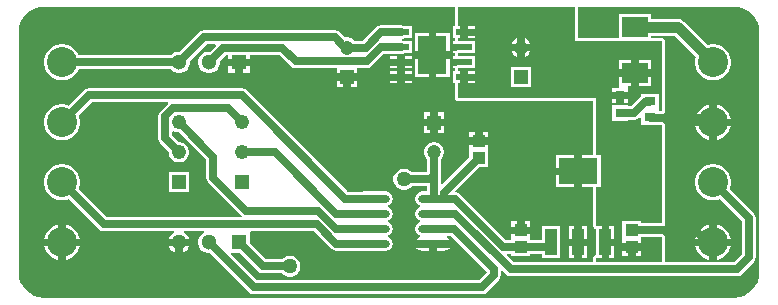
<source format=gbr>
%TF.GenerationSoftware,Altium Limited,Altium Designer,22.9.1 (49)*%
G04 Layer_Physical_Order=1*
G04 Layer_Color=255*
%FSLAX26Y26*%
%MOIN*%
%TF.SameCoordinates,1DAB686F-CFF3-4EBC-B241-DE3F9B15245D*%
%TF.FilePolarity,Positive*%
%TF.FileFunction,Copper,L1,Top,Signal*%
%TF.Part,Single*%
G01*
G75*
%TA.AperFunction,SMDPad,CuDef*%
%ADD10R,0.039370X0.086614*%
%ADD11R,0.129921X0.086614*%
%ADD12R,0.043307X0.041339*%
%ADD13O,0.098425X0.027559*%
%ADD14R,0.095000X0.126000*%
%ADD15R,0.054000X0.019000*%
%ADD16R,0.031496X0.031496*%
%ADD17R,0.037402X0.031496*%
%ADD18R,0.086000X0.067500*%
%TA.AperFunction,Conductor*%
%ADD19C,0.025000*%
%ADD20C,0.035000*%
%TA.AperFunction,ComponentPad*%
%ADD21C,0.100000*%
%ADD22R,0.051181X0.051181*%
%ADD23C,0.051181*%
%ADD24R,0.047244X0.047244*%
%ADD25C,0.047244*%
%ADD26C,0.047953*%
%ADD27R,0.047953X0.047953*%
%TA.AperFunction,ViaPad*%
%ADD28C,0.050000*%
G36*
X4916565Y2983277D02*
X4932493Y2978446D01*
X4947173Y2970599D01*
X4960040Y2960040D01*
X4970599Y2947173D01*
X4978446Y2932493D01*
X4983277Y2916565D01*
X4984842Y2900682D01*
X4984706Y2900000D01*
Y2100000D01*
X4984842Y2099318D01*
X4983277Y2083435D01*
X4978446Y2067507D01*
X4970599Y2052827D01*
X4960040Y2039960D01*
X4947173Y2029401D01*
X4932493Y2021554D01*
X4916565Y2016723D01*
X4900682Y2015158D01*
X4900000Y2015294D01*
X2600000D01*
X2599318Y2015158D01*
X2583435Y2016723D01*
X2567507Y2021554D01*
X2552827Y2029401D01*
X2539960Y2039960D01*
X2529401Y2052827D01*
X2521554Y2067507D01*
X2516723Y2083435D01*
X2515158Y2099318D01*
X2515294Y2100000D01*
Y2900000D01*
X2515158Y2900682D01*
X2516723Y2916565D01*
X2521554Y2932493D01*
X2529401Y2947173D01*
X2539960Y2960040D01*
X2552827Y2970599D01*
X2567507Y2978446D01*
X2583435Y2983277D01*
X2599318Y2984842D01*
X2600000Y2984706D01*
X3969804D01*
Y2919500D01*
X3963000D01*
Y2880500D01*
X3969804D01*
Y2869500D01*
X3963000D01*
Y2862500D01*
X3972648D01*
X3972789Y2862289D01*
X3976097Y2860078D01*
X3980000Y2859302D01*
X4000000D01*
Y2840698D01*
X3980000D01*
X3976097Y2839922D01*
X3972789Y2837711D01*
X3972648Y2837500D01*
X3963000D01*
Y2830500D01*
X3969804D01*
Y2819500D01*
X3963000D01*
Y2812500D01*
X3972648D01*
X3972789Y2812289D01*
X3976097Y2810078D01*
X3980000Y2809302D01*
X4000000D01*
Y2790698D01*
X3980000D01*
X3976097Y2789922D01*
X3972789Y2787711D01*
X3972648Y2787500D01*
X3963000D01*
Y2780500D01*
X3969804D01*
Y2769500D01*
X3963000D01*
Y2730500D01*
X3969804D01*
Y2680000D01*
X3970580Y2676098D01*
X3972790Y2672790D01*
X3976098Y2670580D01*
X3980000Y2669804D01*
X4429804D01*
Y2489528D01*
X4393051D01*
Y2436220D01*
Y2382913D01*
X4429804D01*
Y2257720D01*
X4430112Y2256171D01*
X4430293Y2254602D01*
X4431710Y2250189D01*
X4431915Y2249820D01*
X4431998Y2249405D01*
X4432875Y2248092D01*
X4433642Y2246711D01*
X4433973Y2246449D01*
X4434208Y2246098D01*
X4435521Y2245220D01*
X4436758Y2244238D01*
X4437164Y2244122D01*
X4437516Y2243887D01*
X4439064Y2243579D01*
X4440583Y2243145D01*
X4441417Y2238208D01*
Y2161792D01*
X4440583Y2156855D01*
X4439064Y2156421D01*
X4437515Y2156113D01*
X4437164Y2155878D01*
X4436758Y2155762D01*
X4435521Y2154780D01*
X4434208Y2153902D01*
X4433973Y2153551D01*
X4433642Y2153289D01*
X4432875Y2151907D01*
X4431998Y2150594D01*
X4431915Y2150180D01*
X4431710Y2149811D01*
X4430293Y2145398D01*
X4430112Y2143829D01*
X4429804Y2142280D01*
Y2132941D01*
X4165733D01*
X4141352Y2157322D01*
X4143266Y2161941D01*
X4158346D01*
Y2154213D01*
X4221654D01*
Y2161941D01*
X4260315D01*
Y2146693D01*
X4319685D01*
Y2253307D01*
X4260315D01*
Y2207823D01*
X4221654D01*
Y2227500D01*
X4158346D01*
Y2207823D01*
X4140349D01*
X3987439Y2360732D01*
X3979997Y2365705D01*
X3973155Y2367066D01*
X3971169Y2372151D01*
X4050790Y2451772D01*
X4081653D01*
Y2506890D01*
Y2525059D01*
X4018347D01*
Y2506890D01*
Y2484215D01*
X3927560Y2393429D01*
X3922941Y2395342D01*
Y2423485D01*
Y2476180D01*
X3926904Y2480143D01*
X3931331Y2487810D01*
X3933622Y2496361D01*
Y2505214D01*
X3931331Y2513765D01*
X3926904Y2521432D01*
X3920644Y2527692D01*
X3912978Y2532118D01*
X3904426Y2534409D01*
X3895574D01*
X3887022Y2532118D01*
X3879356Y2527692D01*
X3873096Y2521432D01*
X3868669Y2513765D01*
X3866378Y2505214D01*
Y2496361D01*
X3868669Y2487810D01*
X3873096Y2480143D01*
X3877059Y2476180D01*
Y2432987D01*
X3877013Y2432941D01*
X3826557D01*
X3821490Y2438007D01*
X3813510Y2442615D01*
X3804608Y2445000D01*
X3795392D01*
X3786490Y2442615D01*
X3778510Y2438007D01*
X3771993Y2431490D01*
X3767385Y2423510D01*
X3765000Y2414608D01*
Y2405392D01*
X3767385Y2396490D01*
X3771993Y2388510D01*
X3778510Y2381993D01*
X3786490Y2377385D01*
X3795392Y2375000D01*
X3804608D01*
X3813510Y2377385D01*
X3821490Y2381993D01*
X3826557Y2387059D01*
X3877059D01*
Y2369245D01*
X3861024D01*
X3851745Y2367400D01*
X3843880Y2362144D01*
X3838624Y2354278D01*
X3836778Y2345000D01*
X3838624Y2335722D01*
X3843880Y2327856D01*
X3851745Y2322600D01*
X3852003Y2322549D01*
Y2317451D01*
X3851745Y2317400D01*
X3843880Y2312144D01*
X3838624Y2304278D01*
X3836778Y2295000D01*
X3838624Y2285722D01*
X3843880Y2277856D01*
X3851745Y2272600D01*
X3852003Y2272549D01*
Y2267451D01*
X3851745Y2267400D01*
X3843880Y2262144D01*
X3838624Y2254278D01*
X3836778Y2245000D01*
X3838624Y2235722D01*
X3843880Y2227856D01*
X3851745Y2222600D01*
X3852003Y2222549D01*
Y2217451D01*
X3851745Y2217400D01*
X3843880Y2212144D01*
X3840776Y2207500D01*
X3896457D01*
X3952137D01*
X3949034Y2212144D01*
X3942411Y2216570D01*
X3943883Y2221570D01*
X3955987D01*
X4076704Y2100853D01*
Y2099147D01*
X4050498Y2072941D01*
X3309502D01*
X3222653Y2159790D01*
X3224567Y2164410D01*
X3253147D01*
X3313778Y2103778D01*
X3321221Y2098805D01*
X3330000Y2097059D01*
X3393443D01*
X3398510Y2091993D01*
X3406490Y2087385D01*
X3415392Y2085000D01*
X3424608D01*
X3433510Y2087385D01*
X3441490Y2091993D01*
X3448007Y2098510D01*
X3452615Y2106490D01*
X3455000Y2115392D01*
Y2124608D01*
X3452615Y2133510D01*
X3448007Y2141490D01*
X3441490Y2148007D01*
X3433510Y2152615D01*
X3424608Y2155000D01*
X3415392D01*
X3406490Y2152615D01*
X3398510Y2148007D01*
X3393443Y2142941D01*
X3339502D01*
X3285590Y2196853D01*
X3285591Y2235590D01*
X3289982Y2237059D01*
X3500498D01*
X3558778Y2178778D01*
X3566221Y2173805D01*
X3575000Y2172059D01*
X3661552D01*
X3668110Y2170755D01*
X3738976D01*
X3748255Y2172600D01*
X3756120Y2177856D01*
X3761376Y2185722D01*
X3763222Y2195000D01*
X3761376Y2204278D01*
X3756120Y2212144D01*
X3748255Y2217400D01*
X3747997Y2217451D01*
Y2222549D01*
X3748255Y2222600D01*
X3756120Y2227856D01*
X3761376Y2235722D01*
X3763222Y2245000D01*
X3761376Y2254278D01*
X3756120Y2262144D01*
X3748255Y2267400D01*
X3747997Y2267451D01*
Y2272549D01*
X3748255Y2272600D01*
X3756120Y2277856D01*
X3761376Y2285722D01*
X3763222Y2295000D01*
X3761376Y2304278D01*
X3756120Y2312144D01*
X3748255Y2317400D01*
X3747997Y2317451D01*
Y2322549D01*
X3748255Y2322600D01*
X3756120Y2327856D01*
X3761376Y2335722D01*
X3763222Y2345000D01*
X3761376Y2354278D01*
X3756120Y2362144D01*
X3748255Y2367400D01*
X3738976Y2369245D01*
X3668110D01*
X3661552Y2367941D01*
X3614503D01*
X3276222Y2706222D01*
X3268779Y2711195D01*
X3260000Y2712941D01*
X2750000D01*
X2741221Y2711195D01*
X2733778Y2706222D01*
X2682981Y2655424D01*
X2677501Y2657694D01*
X2665910Y2660000D01*
X2654090D01*
X2642499Y2657694D01*
X2631579Y2653171D01*
X2621752Y2646605D01*
X2613395Y2638248D01*
X2606829Y2628421D01*
X2602306Y2617501D01*
X2600000Y2605910D01*
Y2594090D01*
X2602306Y2582499D01*
X2606829Y2571579D01*
X2613395Y2561752D01*
X2621752Y2553395D01*
X2631579Y2546829D01*
X2642499Y2542306D01*
X2654090Y2540000D01*
X2665910D01*
X2677501Y2542306D01*
X2688421Y2546829D01*
X2698248Y2553395D01*
X2706605Y2561752D01*
X2713171Y2571579D01*
X2717694Y2582499D01*
X2720000Y2594090D01*
Y2605910D01*
X2717694Y2617501D01*
X2715424Y2622981D01*
X2759502Y2667059D01*
X3012985D01*
X3013889Y2662059D01*
X2987302Y2635473D01*
X2982329Y2628030D01*
X2980583Y2619251D01*
Y2546476D01*
X2982329Y2537697D01*
X2987302Y2530255D01*
X3016024Y2501533D01*
Y2495527D01*
X3018339Y2486886D01*
X3022812Y2479138D01*
X3029138Y2472812D01*
X3036886Y2468339D01*
X3045527Y2466024D01*
X3054473D01*
X3063114Y2468339D01*
X3070862Y2472812D01*
X3077188Y2479138D01*
X3081661Y2486886D01*
X3083976Y2495527D01*
Y2504473D01*
X3081661Y2513114D01*
X3077188Y2520862D01*
X3070862Y2527188D01*
X3063114Y2531661D01*
X3054473Y2533976D01*
X3048467D01*
X3026464Y2555979D01*
Y2568708D01*
X3031464Y2571469D01*
X3036886Y2568339D01*
X3045527Y2566024D01*
X3051533D01*
X3141443Y2476114D01*
Y2415844D01*
X3143189Y2407065D01*
X3148162Y2399622D01*
X3258154Y2289630D01*
X3260682Y2287941D01*
X3259166Y2282941D01*
X2809502D01*
X2715424Y2377019D01*
X2717694Y2382499D01*
X2720000Y2394090D01*
Y2405910D01*
X2717694Y2417501D01*
X2713171Y2428421D01*
X2706605Y2438248D01*
X2698248Y2446605D01*
X2688421Y2453171D01*
X2677501Y2457694D01*
X2665910Y2460000D01*
X2654090D01*
X2642499Y2457694D01*
X2631579Y2453171D01*
X2621752Y2446605D01*
X2613395Y2438248D01*
X2606829Y2428421D01*
X2602306Y2417501D01*
X2600000Y2405910D01*
Y2394090D01*
X2602306Y2382499D01*
X2606829Y2371579D01*
X2613395Y2361752D01*
X2621752Y2353395D01*
X2631579Y2346829D01*
X2642499Y2342306D01*
X2654090Y2340000D01*
X2665910D01*
X2677501Y2342306D01*
X2682981Y2344576D01*
X2783778Y2243778D01*
X2791221Y2238805D01*
X2800000Y2237059D01*
X3033007D01*
X3034347Y2232059D01*
X3028147Y2228479D01*
X3021521Y2221853D01*
X3016835Y2213737D01*
X3016503Y2212500D01*
X3050000D01*
X3083497D01*
X3083165Y2213737D01*
X3078479Y2221853D01*
X3071853Y2228479D01*
X3065653Y2232059D01*
X3066993Y2237059D01*
X3133007D01*
X3134347Y2232059D01*
X3128147Y2228479D01*
X3121521Y2221853D01*
X3116835Y2213737D01*
X3114410Y2204686D01*
Y2195314D01*
X3116835Y2186263D01*
X3121521Y2178147D01*
X3128147Y2171521D01*
X3136263Y2166835D01*
X3145314Y2164410D01*
X3153147D01*
X3283778Y2033778D01*
X3291221Y2028805D01*
X3300000Y2027059D01*
X4060000D01*
X4068779Y2028805D01*
X4076222Y2033778D01*
X4115866Y2073423D01*
X4120839Y2080866D01*
X4122586Y2089645D01*
Y2104131D01*
X4127586Y2106202D01*
X4140009Y2093778D01*
X4147452Y2088805D01*
X4156231Y2087059D01*
X4910000D01*
X4918779Y2088805D01*
X4926222Y2093778D01*
X4966222Y2133778D01*
X4971194Y2141221D01*
X4972941Y2150000D01*
Y2280000D01*
X4971194Y2288779D01*
X4966222Y2296222D01*
X4885424Y2377019D01*
X4887694Y2382499D01*
X4890000Y2394090D01*
Y2405910D01*
X4887694Y2417501D01*
X4883171Y2428421D01*
X4876605Y2438248D01*
X4868248Y2446605D01*
X4858421Y2453171D01*
X4847501Y2457694D01*
X4835909Y2460000D01*
X4824091D01*
X4812499Y2457694D01*
X4801579Y2453171D01*
X4791752Y2446605D01*
X4783395Y2438248D01*
X4776829Y2428421D01*
X4772306Y2417501D01*
X4770000Y2405910D01*
Y2394090D01*
X4772306Y2382499D01*
X4776829Y2371579D01*
X4783395Y2361752D01*
X4791752Y2353395D01*
X4801579Y2346829D01*
X4812499Y2342306D01*
X4824091Y2340000D01*
X4835909D01*
X4847501Y2342306D01*
X4852981Y2344576D01*
X4927059Y2270498D01*
Y2159502D01*
X4900498Y2132941D01*
X4670196D01*
Y2217059D01*
X4669420Y2220961D01*
X4667210Y2224269D01*
X4663902Y2226479D01*
X4660000Y2227255D01*
X4591654D01*
Y2227500D01*
X4560000D01*
Y2252500D01*
X4591654D01*
Y2252745D01*
X4660000D01*
X4663902Y2253521D01*
X4667210Y2255731D01*
X4669420Y2259039D01*
X4670196Y2262941D01*
Y2590662D01*
X4669420Y2594563D01*
X4667210Y2597871D01*
X4663902Y2600081D01*
X4660000Y2600857D01*
X4648701D01*
Y2626347D01*
X4660000D01*
X4663902Y2627123D01*
X4667210Y2629334D01*
X4669420Y2632641D01*
X4670196Y2636543D01*
Y2870000D01*
X4669420Y2873902D01*
X4667210Y2877210D01*
X4663902Y2879420D01*
X4660000Y2880196D01*
X4623000D01*
Y2888513D01*
X4702261D01*
X4772589Y2818185D01*
X4772306Y2817501D01*
X4770000Y2805910D01*
Y2794090D01*
X4772306Y2782499D01*
X4776829Y2771579D01*
X4783395Y2761752D01*
X4791752Y2753395D01*
X4801579Y2746829D01*
X4812499Y2742306D01*
X4824091Y2740000D01*
X4835909D01*
X4847501Y2742306D01*
X4858421Y2746829D01*
X4868248Y2753395D01*
X4876605Y2761752D01*
X4883171Y2771579D01*
X4887694Y2782499D01*
X4890000Y2794090D01*
Y2805910D01*
X4887694Y2817501D01*
X4883171Y2828421D01*
X4876605Y2838248D01*
X4868248Y2846605D01*
X4858421Y2853171D01*
X4847501Y2857694D01*
X4835909Y2860000D01*
X4824091D01*
X4812499Y2857694D01*
X4811815Y2857411D01*
X4733363Y2935863D01*
X4727619Y2940271D01*
X4720929Y2943042D01*
X4713750Y2943987D01*
X4623000D01*
Y2960000D01*
X4517000D01*
Y2880196D01*
X4380196D01*
Y2984706D01*
X4900000D01*
X4900682Y2984842D01*
X4916565Y2983277D01*
D02*
G37*
G36*
X4370000Y2870000D02*
X4660000D01*
Y2636543D01*
X4648701D01*
Y2642598D01*
X4648701Y2642598D01*
Y2644252D01*
X4648701D01*
X4648701Y2647598D01*
Y2695748D01*
X4591299D01*
Y2685571D01*
X4587411Y2682974D01*
X4557851Y2653413D01*
X4545748D01*
Y2656220D01*
X4494252D01*
Y2604724D01*
X4545748D01*
Y2607532D01*
X4567353D01*
X4576132Y2609278D01*
X4583575Y2614251D01*
X4586680Y2617356D01*
X4591299Y2615442D01*
Y2591102D01*
X4621032D01*
X4623248Y2590662D01*
X4660000D01*
Y2262941D01*
X4591654D01*
Y2270669D01*
X4528346D01*
Y2209331D01*
Y2197382D01*
X4591654D01*
Y2217059D01*
X4660000D01*
Y2132941D01*
X4440000D01*
Y2142280D01*
X4441417Y2146693D01*
X4445000Y2146693D01*
X4458602D01*
Y2200000D01*
Y2253307D01*
X4441417D01*
X4440000Y2257720D01*
Y2382913D01*
X4455512D01*
Y2489528D01*
X4440000D01*
Y2680000D01*
X3980000D01*
Y2730500D01*
X3987500D01*
Y2750000D01*
Y2769500D01*
X3980000D01*
Y2780500D01*
X4037000D01*
Y2819500D01*
X3980000D01*
Y2830500D01*
X4037000D01*
Y2869500D01*
X3980000D01*
Y2880500D01*
X3987500D01*
Y2900000D01*
Y2919500D01*
X3980000D01*
Y2984706D01*
X4370000D01*
Y2870000D01*
D02*
G37*
%LPC*%
G36*
X3790000Y2922941D02*
X3722653D01*
X3713874Y2921195D01*
X3706432Y2916222D01*
X3662364Y2872153D01*
X3634608D01*
X3630644Y2876117D01*
X3622978Y2880543D01*
X3614426Y2882835D01*
X3605574D01*
X3603388Y2882249D01*
X3586324Y2899312D01*
X3578882Y2904285D01*
X3570103Y2906031D01*
X3133091D01*
X3124312Y2904285D01*
X3116869Y2899312D01*
X3053147Y2835590D01*
X3045314D01*
X3036263Y2833165D01*
X3028147Y2828479D01*
X3022608Y2822941D01*
X2715441D01*
X2713171Y2828421D01*
X2706605Y2838248D01*
X2698248Y2846605D01*
X2688421Y2853171D01*
X2677501Y2857694D01*
X2665910Y2860000D01*
X2654090D01*
X2642499Y2857694D01*
X2631579Y2853171D01*
X2621752Y2846605D01*
X2613395Y2838248D01*
X2606829Y2828421D01*
X2602306Y2817501D01*
X2600000Y2805910D01*
Y2794090D01*
X2602306Y2782499D01*
X2606829Y2771579D01*
X2613395Y2761752D01*
X2621752Y2753395D01*
X2631579Y2746829D01*
X2642499Y2742306D01*
X2654090Y2740000D01*
X2665910D01*
X2677501Y2742306D01*
X2688421Y2746829D01*
X2698248Y2753395D01*
X2706605Y2761752D01*
X2713171Y2771579D01*
X2715441Y2777059D01*
X3022608D01*
X3028147Y2771521D01*
X3036263Y2766835D01*
X3045314Y2764410D01*
X3054686D01*
X3063737Y2766835D01*
X3071853Y2771521D01*
X3078479Y2778147D01*
X3083165Y2786263D01*
X3085590Y2795314D01*
Y2803147D01*
X3142593Y2860150D01*
X3171174D01*
X3173087Y2855530D01*
X3153147Y2835590D01*
X3145314D01*
X3136263Y2833165D01*
X3128147Y2828479D01*
X3121521Y2821853D01*
X3116835Y2813737D01*
X3114410Y2804686D01*
Y2795314D01*
X3116835Y2786263D01*
X3121521Y2778147D01*
X3128147Y2771521D01*
X3136263Y2766835D01*
X3145314Y2764410D01*
X3154686D01*
X3163737Y2766835D01*
X3171853Y2771521D01*
X3178479Y2778147D01*
X3183165Y2786263D01*
X3185590Y2795314D01*
Y2803147D01*
X3207593Y2825150D01*
X3214410D01*
Y2812500D01*
X3250000D01*
X3285590D01*
Y2825150D01*
X3385137D01*
X3423418Y2786869D01*
X3430861Y2781896D01*
X3439640Y2780150D01*
X3576378D01*
Y2763287D01*
X3610000D01*
X3643622D01*
Y2780150D01*
X3675241D01*
X3684020Y2781896D01*
X3691463Y2786869D01*
X3731653Y2827059D01*
X3790000D01*
X3798779Y2828805D01*
X3801315Y2830500D01*
X3827000D01*
Y2869500D01*
X3801315D01*
X3798779Y2871195D01*
X3792462Y2872451D01*
Y2877549D01*
X3798779Y2878805D01*
X3801315Y2880500D01*
X3827000D01*
Y2919500D01*
X3801315D01*
X3798779Y2921195D01*
X3790000Y2922941D01*
D02*
G37*
G36*
X3952500Y2898000D02*
X3907500D01*
Y2837500D01*
X3952500D01*
Y2898000D01*
D02*
G37*
G36*
X3882500D02*
X3837500D01*
Y2837500D01*
X3882500D01*
Y2898000D01*
D02*
G37*
G36*
X3827000Y2819500D02*
X3802500D01*
Y2812500D01*
X3827000D01*
Y2819500D01*
D02*
G37*
G36*
X3777500D02*
X3753000D01*
Y2812500D01*
X3777500D01*
Y2819500D01*
D02*
G37*
G36*
X3827000Y2787500D02*
X3802500D01*
Y2780500D01*
X3827000D01*
Y2787500D01*
D02*
G37*
G36*
X3777500D02*
X3753000D01*
Y2780500D01*
X3777500D01*
Y2787500D01*
D02*
G37*
G36*
X3285590D02*
X3262500D01*
Y2764410D01*
X3285590D01*
Y2787500D01*
D02*
G37*
G36*
X3237500D02*
X3214410D01*
Y2764410D01*
X3237500D01*
Y2787500D01*
D02*
G37*
G36*
X3827000Y2769500D02*
X3802500D01*
Y2762500D01*
X3827000D01*
Y2769500D01*
D02*
G37*
G36*
X3777500D02*
X3753000D01*
Y2762500D01*
X3777500D01*
Y2769500D01*
D02*
G37*
G36*
X3952500Y2812500D02*
X3907500D01*
Y2752000D01*
X3952500D01*
Y2812500D01*
D02*
G37*
G36*
X3882500D02*
X3837500D01*
Y2752000D01*
X3882500D01*
Y2812500D01*
D02*
G37*
G36*
X3827000Y2737500D02*
X3802500D01*
Y2730500D01*
X3827000D01*
Y2737500D01*
D02*
G37*
G36*
X3777500D02*
X3753000D01*
Y2730500D01*
X3777500D01*
Y2737500D01*
D02*
G37*
G36*
X3643622Y2738287D02*
X3622500D01*
Y2717165D01*
X3643622D01*
Y2738287D01*
D02*
G37*
G36*
X3597500D02*
X3576378D01*
Y2717165D01*
X3597500D01*
Y2738287D01*
D02*
G37*
G36*
X4842500Y2658689D02*
Y2612500D01*
X4888689D01*
X4887694Y2617501D01*
X4883171Y2628421D01*
X4876605Y2638248D01*
X4868248Y2646605D01*
X4858421Y2653171D01*
X4847501Y2657694D01*
X4842500Y2658689D01*
D02*
G37*
G36*
X4817500D02*
X4812499Y2657694D01*
X4801579Y2653171D01*
X4791752Y2646605D01*
X4783395Y2638248D01*
X4776829Y2628421D01*
X4772306Y2617501D01*
X4771311Y2612500D01*
X4817500D01*
Y2658689D01*
D02*
G37*
G36*
X3933622Y2632835D02*
X3912500D01*
Y2611713D01*
X3933622D01*
Y2632835D01*
D02*
G37*
G36*
X3887500D02*
X3866378D01*
Y2611713D01*
X3887500D01*
Y2632835D01*
D02*
G37*
G36*
X3933622Y2586713D02*
X3912500D01*
Y2565591D01*
X3933622D01*
Y2586713D01*
D02*
G37*
G36*
X3887500D02*
X3866378D01*
Y2565591D01*
X3887500D01*
Y2586713D01*
D02*
G37*
G36*
X4081653Y2568228D02*
X4062500D01*
Y2550059D01*
X4081653D01*
Y2568228D01*
D02*
G37*
G36*
X4037500D02*
X4018347D01*
Y2550059D01*
X4037500D01*
Y2568228D01*
D02*
G37*
G36*
X4888689Y2587500D02*
X4842500D01*
Y2541311D01*
X4847501Y2542306D01*
X4858421Y2546829D01*
X4868248Y2553395D01*
X4876605Y2561752D01*
X4883171Y2571579D01*
X4887694Y2582499D01*
X4888689Y2587500D01*
D02*
G37*
G36*
X4817500D02*
X4771311D01*
X4772306Y2582499D01*
X4776829Y2571579D01*
X4783395Y2561752D01*
X4791752Y2553395D01*
X4801579Y2546829D01*
X4812499Y2542306D01*
X4817500Y2541311D01*
Y2587500D01*
D02*
G37*
G36*
X4368051Y2489528D02*
X4305591D01*
Y2448720D01*
X4368051D01*
Y2489528D01*
D02*
G37*
G36*
Y2423720D02*
X4305591D01*
Y2382913D01*
X4368051D01*
Y2423720D01*
D02*
G37*
G36*
X3083976Y2433976D02*
X3016024D01*
Y2366024D01*
X3083976D01*
Y2433976D01*
D02*
G37*
G36*
X4221654Y2270669D02*
X4202500D01*
Y2252500D01*
X4221654D01*
Y2270669D01*
D02*
G37*
G36*
X4177500D02*
X4158346D01*
Y2252500D01*
X4177500D01*
Y2270669D01*
D02*
G37*
G36*
X4410236Y2253307D02*
X4393051D01*
Y2212500D01*
X4410236D01*
Y2253307D01*
D02*
G37*
G36*
X2672500Y2258689D02*
Y2212500D01*
X2718689D01*
X2717694Y2217501D01*
X2713171Y2228421D01*
X2706605Y2238248D01*
X2698248Y2246605D01*
X2688421Y2253171D01*
X2677501Y2257694D01*
X2672500Y2258689D01*
D02*
G37*
G36*
X4842500D02*
Y2212500D01*
X4888689D01*
X4887694Y2217501D01*
X4883171Y2228421D01*
X4876605Y2238248D01*
X4868248Y2246605D01*
X4858421Y2253171D01*
X4847501Y2257694D01*
X4842500Y2258689D01*
D02*
G37*
G36*
X4817500D02*
X4812499Y2257694D01*
X4801579Y2253171D01*
X4791752Y2246605D01*
X4783395Y2238248D01*
X4776829Y2228421D01*
X4772306Y2217501D01*
X4771311Y2212500D01*
X4817500D01*
Y2258689D01*
D02*
G37*
G36*
X2647500D02*
X2642499Y2257694D01*
X2631579Y2253171D01*
X2621752Y2246605D01*
X2613395Y2238248D01*
X2606829Y2228421D01*
X2602306Y2217501D01*
X2601311Y2212500D01*
X2647500D01*
Y2258689D01*
D02*
G37*
G36*
X4368051Y2253307D02*
X4350866D01*
Y2212500D01*
X4368051D01*
Y2253307D01*
D02*
G37*
G36*
X3952137Y2182500D02*
X3908957D01*
Y2170755D01*
X3931890D01*
X3941168Y2172600D01*
X3949034Y2177856D01*
X3952137Y2182500D01*
D02*
G37*
G36*
X3883957D02*
X3840776D01*
X3843880Y2177856D01*
X3851745Y2172600D01*
X3861024Y2170755D01*
X3883957D01*
Y2182500D01*
D02*
G37*
G36*
X3083497Y2187500D02*
X3062500D01*
Y2166503D01*
X3063737Y2166835D01*
X3071853Y2171521D01*
X3078479Y2178147D01*
X3083165Y2186263D01*
X3083497Y2187500D01*
D02*
G37*
G36*
X3037500D02*
X3016503D01*
X3016835Y2186263D01*
X3021521Y2178147D01*
X3028147Y2171521D01*
X3036263Y2166835D01*
X3037500Y2166503D01*
Y2187500D01*
D02*
G37*
G36*
X4410236D02*
X4393051D01*
Y2146693D01*
X4410236D01*
Y2187500D01*
D02*
G37*
G36*
X4368051D02*
X4350866D01*
Y2146693D01*
X4368051D01*
Y2187500D01*
D02*
G37*
G36*
X4888689D02*
X4842500D01*
Y2141311D01*
X4847501Y2142306D01*
X4858421Y2146829D01*
X4868248Y2153395D01*
X4876605Y2161752D01*
X4883171Y2171579D01*
X4887694Y2182499D01*
X4888689Y2187500D01*
D02*
G37*
G36*
X2718689D02*
X2672500D01*
Y2141311D01*
X2677501Y2142306D01*
X2688421Y2146829D01*
X2698248Y2153395D01*
X2706605Y2161752D01*
X2713171Y2171579D01*
X2717694Y2182499D01*
X2718689Y2187500D01*
D02*
G37*
G36*
X4817500D02*
X4771311D01*
X4772306Y2182499D01*
X4776829Y2171579D01*
X4783395Y2161752D01*
X4791752Y2153395D01*
X4801579Y2146829D01*
X4812499Y2142306D01*
X4817500Y2141311D01*
Y2187500D01*
D02*
G37*
G36*
X2647500D02*
X2601311D01*
X2602306Y2182499D01*
X2606829Y2171579D01*
X2613395Y2161752D01*
X2621752Y2153395D01*
X2631579Y2146829D01*
X2642499Y2142306D01*
X2647500Y2141311D01*
Y2187500D01*
D02*
G37*
G36*
X4037000Y2919500D02*
X4012500D01*
Y2912500D01*
X4037000D01*
Y2919500D01*
D02*
G37*
G36*
Y2887500D02*
X4012500D01*
Y2880500D01*
X4037000D01*
Y2887500D01*
D02*
G37*
G36*
X4202500Y2880671D02*
Y2861713D01*
X4221459D01*
X4221331Y2862190D01*
X4216904Y2869857D01*
X4210644Y2876117D01*
X4202978Y2880543D01*
X4202500Y2880671D01*
D02*
G37*
G36*
X4177500D02*
X4177022Y2880543D01*
X4169356Y2876117D01*
X4163096Y2869857D01*
X4158669Y2862190D01*
X4158541Y2861713D01*
X4177500D01*
Y2880671D01*
D02*
G37*
G36*
X4221459Y2836713D02*
X4202500D01*
Y2817754D01*
X4202978Y2817882D01*
X4210644Y2822308D01*
X4216904Y2828568D01*
X4221331Y2836235D01*
X4221459Y2836713D01*
D02*
G37*
G36*
X4177500D02*
X4158541D01*
X4158669Y2836235D01*
X4163096Y2828568D01*
X4169356Y2822308D01*
X4177022Y2817882D01*
X4177500Y2817754D01*
Y2836713D01*
D02*
G37*
G36*
X4623000Y2807500D02*
X4582500D01*
Y2776250D01*
X4623000D01*
Y2807500D01*
D02*
G37*
G36*
X4557500D02*
X4517000D01*
Y2776250D01*
X4557500D01*
Y2807500D01*
D02*
G37*
G36*
X4037000Y2769500D02*
X4012500D01*
Y2762500D01*
X4037000D01*
Y2769500D01*
D02*
G37*
G36*
Y2737500D02*
X4012500D01*
Y2730500D01*
X4037000D01*
Y2737500D01*
D02*
G37*
G36*
X4623000Y2751250D02*
X4582500D01*
Y2720000D01*
X4623000D01*
Y2751250D01*
D02*
G37*
G36*
X4223622Y2784409D02*
X4156378D01*
Y2717165D01*
X4223622D01*
Y2784409D01*
D02*
G37*
G36*
X4557500Y2751250D02*
X4517000D01*
Y2720276D01*
X4517000Y2720000D01*
X4516335Y2715276D01*
X4494252D01*
Y2702028D01*
X4520000D01*
X4545748D01*
Y2715000D01*
X4545748Y2715276D01*
X4546413Y2720000D01*
X4557500D01*
Y2751250D01*
D02*
G37*
G36*
X4545748Y2677028D02*
X4532500D01*
Y2663780D01*
X4545748D01*
Y2677028D01*
D02*
G37*
G36*
X4507500D02*
X4494252D01*
Y2663780D01*
X4507500D01*
Y2677028D01*
D02*
G37*
G36*
X4483602Y2253307D02*
Y2212500D01*
X4500787D01*
Y2253307D01*
X4483602D01*
D02*
G37*
G36*
X4591654Y2172382D02*
X4572500D01*
Y2154213D01*
X4591654D01*
Y2172382D01*
D02*
G37*
G36*
X4547500D02*
X4528346D01*
Y2154213D01*
X4547500D01*
Y2172382D01*
D02*
G37*
G36*
X4500787Y2187500D02*
X4483602D01*
Y2146693D01*
X4500787D01*
Y2187500D01*
D02*
G37*
%LPD*%
D10*
X4290000Y2200000D02*
D03*
X4380551D02*
D03*
X4471102D02*
D03*
D11*
X4380551Y2436220D02*
D03*
D12*
X4050000Y2537559D02*
D03*
Y2482441D02*
D03*
X4190000Y2184882D02*
D03*
Y2240000D02*
D03*
X4560000Y2184882D02*
D03*
Y2240000D02*
D03*
D13*
X3896457Y2195000D02*
D03*
Y2245000D02*
D03*
Y2295000D02*
D03*
Y2345000D02*
D03*
X3703543Y2195000D02*
D03*
Y2245000D02*
D03*
Y2295000D02*
D03*
Y2345000D02*
D03*
D14*
X3895000Y2825000D02*
D03*
D15*
X4000000Y2900000D02*
D03*
Y2850000D02*
D03*
Y2800000D02*
D03*
Y2750000D02*
D03*
X3790000D02*
D03*
Y2800000D02*
D03*
Y2850000D02*
D03*
Y2900000D02*
D03*
D16*
X4520000Y2689528D02*
D03*
Y2630472D02*
D03*
D17*
X4620000Y2670000D02*
D03*
Y2616850D02*
D03*
D18*
X4570000Y2916250D02*
D03*
Y2763750D02*
D03*
D19*
X4560000Y2240000D02*
X4769705D01*
X4809705Y2200000D01*
X4830000D01*
X4623248Y2613602D02*
X4816398D01*
X4830000Y2600000D01*
X4620000Y2616850D02*
X4623248Y2613602D01*
X3900000Y2423485D02*
Y2500787D01*
Y2346182D02*
Y2423485D01*
X3800000Y2410000D02*
X3886515D01*
X3900000Y2423485D01*
X3330000Y2120000D02*
X3420000D01*
X3250000Y2200000D02*
X3330000Y2120000D01*
X2800000Y2260000D02*
X3510000D01*
X2660000Y2400000D02*
X2800000Y2260000D01*
X3513645Y2305852D02*
X3574497Y2245000D01*
X3274375Y2305852D02*
X3513645D01*
X3164384Y2415844D02*
X3274375Y2305852D01*
X3510000Y2260000D02*
X3575000Y2195000D01*
X3703543D01*
X4130846Y2184882D02*
X4282815D01*
X3965490Y2244510D02*
X4099645Y2110355D01*
Y2089645D02*
Y2110355D01*
X3971231Y2295000D02*
X4156231Y2110000D01*
X3931197Y2344510D02*
X3971218D01*
X4060000Y2050000D02*
X4099645Y2089645D01*
X4156231Y2110000D02*
X4910000D01*
X3896457Y2295000D02*
X3971231D01*
X3971218Y2344510D02*
X4130846Y2184882D01*
X4830000Y2400000D02*
X4950000Y2280000D01*
X4910000Y2110000D02*
X4950000Y2150000D01*
X3896946Y2244510D02*
X3965490D01*
X4950000Y2150000D02*
Y2280000D01*
X3931197Y2345000D02*
X3932379Y2346182D01*
X3898818Y2345000D02*
X3931197D01*
X3932379Y2346182D02*
Y2365805D01*
X3896457Y2245000D02*
X3896946Y2244510D01*
X3300000Y2050000D02*
X4060000D01*
X3150000Y2200000D02*
X3300000Y2050000D01*
X4290000Y2192067D02*
Y2200000D01*
X4282815Y2184882D02*
X4290000Y2192067D01*
X3896457Y2345000D02*
X3898818D01*
X4049016Y2482441D02*
X4050000D01*
X3932379Y2365805D02*
X4049016Y2482441D01*
X3898818Y2345000D02*
X3900000Y2346182D01*
X3570103Y2883091D02*
X3603981Y2849213D01*
X3050000Y2800000D02*
X3133091Y2883091D01*
X3570103D01*
X3603981Y2849213D02*
X3610000D01*
X3394640Y2848091D02*
X3439640Y2803090D01*
X3198091Y2848091D02*
X3394640D01*
X3150000Y2800000D02*
X3198091Y2848091D01*
X3671866Y2849213D02*
X3722653Y2900000D01*
X3722151Y2850000D02*
X3790000D01*
X3610000Y2849213D02*
X3671866D01*
X3675241Y2803090D02*
X3722151Y2850000D01*
X3439640Y2803090D02*
X3675241D01*
X3722653Y2900000D02*
X3790000D01*
X4616752Y2666752D02*
X4620000Y2670000D01*
X4520000Y2630472D02*
X4567353D01*
X4603633Y2666752D01*
X4616752D01*
X3003524Y2546476D02*
X3050000Y2500000D01*
X3003524Y2546476D02*
Y2619251D01*
X3030749Y2646476D01*
X3213524D01*
X3260000Y2600000D01*
Y2500000D02*
X3368995D01*
X3573995Y2295000D02*
X3703543D01*
X3368995Y2500000D02*
X3573995Y2295000D01*
X3050000Y2600000D02*
X3164384Y2485616D01*
Y2415844D02*
Y2485616D01*
X3574497Y2245000D02*
X3703543D01*
X3260000Y2690000D02*
X3605000Y2345000D01*
X2750000Y2690000D02*
X3260000D01*
X3605000Y2345000D02*
X3703543D01*
X2660000Y2600000D02*
X2750000Y2690000D01*
X2660000Y2800000D02*
X3050000D01*
D20*
X4713750Y2916250D02*
X4830000Y2800000D01*
X4570000Y2916250D02*
X4713750D01*
D21*
X2660000Y2600000D02*
D03*
Y2400000D02*
D03*
Y2200000D02*
D03*
Y2800000D02*
D03*
X4830000Y2600000D02*
D03*
Y2400000D02*
D03*
Y2200000D02*
D03*
Y2800000D02*
D03*
D22*
X3250000D02*
D03*
Y2200000D02*
D03*
D23*
X3150000Y2800000D02*
D03*
X3050000D02*
D03*
X3150000Y2200000D02*
D03*
X3050000D02*
D03*
D24*
X3900000Y2599213D02*
D03*
X3610000Y2750787D02*
D03*
X4190000D02*
D03*
D25*
X3900000Y2500787D02*
D03*
X3610000Y2849213D02*
D03*
X4190000D02*
D03*
D26*
X3050000Y2600000D02*
D03*
Y2500000D02*
D03*
X3260000Y2600000D02*
D03*
Y2500000D02*
D03*
D27*
X3050000Y2400000D02*
D03*
X3260000D02*
D03*
D28*
X3800000Y2410000D02*
D03*
X3420000Y2120000D02*
D03*
%TF.MD5,76f993823974f96042a70211e048578e*%
M02*

</source>
